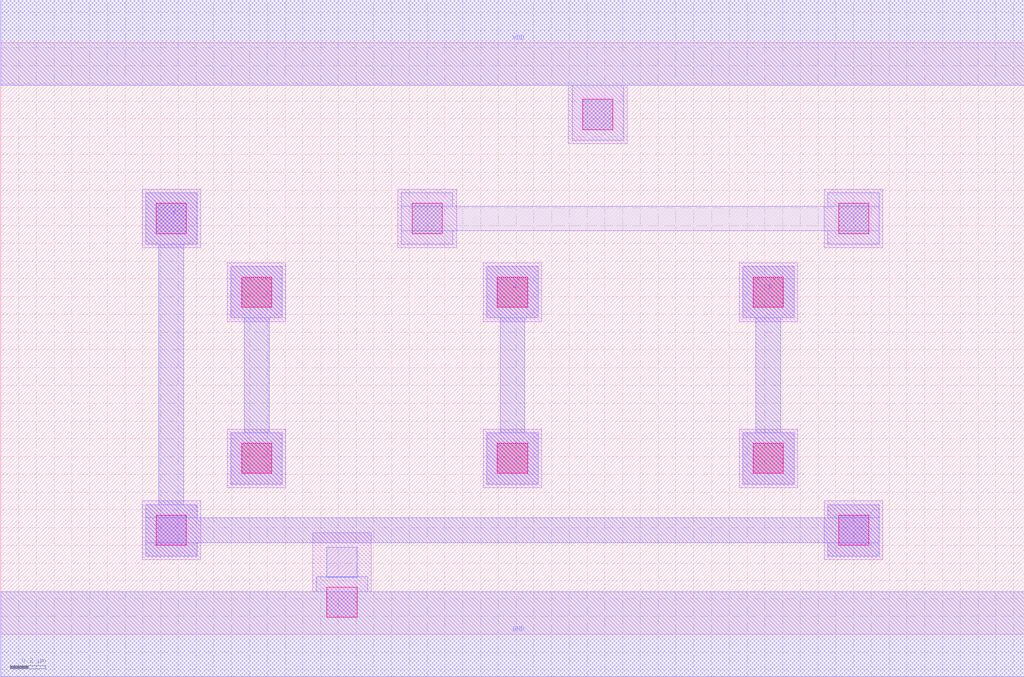
<source format=lef>
MACRO AOI21X1
 CLASS CORE ;
 FOREIGN AOI21X1 0 0 ;
 SIZE 5.76 BY 3.33 ;
 ORIGIN 0 0 ;
 SYMMETRY X Y R90 ;
 SITE unit ;
  PIN VDD
   DIRECTION INOUT ;
   USE POWER ;
   SHAPE ABUTMENT ;
    PORT
     CLASS CORE ;
       LAYER met1 ;
        RECT 0.00000000 3.09000000 5.76000000 3.57000000 ;
    END
  END VDD

  PIN GND
   DIRECTION INOUT ;
   USE POWER ;
   SHAPE ABUTMENT ;
    PORT
     CLASS CORE ;
       LAYER met1 ;
        RECT 0.00000000 -0.24000000 5.76000000 0.24000000 ;
    END
  END GND

  PIN Y
   DIRECTION INOUT ;
   USE SIGNAL ;
   SHAPE ABUTMENT ;
    PORT
     CLASS CORE ;
       LAYER met1 ;
        RECT 0.81500000 0.44000000 1.10500000 0.51500000 ;
        RECT 4.65500000 0.44000000 4.94500000 0.51500000 ;
        RECT 0.81500000 0.51500000 4.94500000 0.65500000 ;
        RECT 0.81500000 0.65500000 1.10500000 0.73000000 ;
        RECT 4.65500000 0.65500000 4.94500000 0.73000000 ;
        RECT 0.89000000 0.73000000 1.03000000 2.19500000 ;
        RECT 0.81500000 2.19500000 1.10500000 2.48500000 ;
    END
  END Y

  PIN B
   DIRECTION INOUT ;
   USE SIGNAL ;
   SHAPE ABUTMENT ;
    PORT
     CLASS CORE ;
       LAYER met1 ;
        RECT 4.17500000 0.84500000 4.46500000 1.13500000 ;
        RECT 4.25000000 1.13500000 4.39000000 1.78000000 ;
        RECT 4.17500000 1.78000000 4.46500000 2.07000000 ;
    END
  END B

  PIN C
   DIRECTION INOUT ;
   USE SIGNAL ;
   SHAPE ABUTMENT ;
    PORT
     CLASS CORE ;
       LAYER met1 ;
        RECT 1.29500000 0.84500000 1.58500000 1.13500000 ;
        RECT 1.37000000 1.13500000 1.51000000 1.78000000 ;
        RECT 1.29500000 1.78000000 1.58500000 2.07000000 ;
    END
  END C

  PIN A
   DIRECTION INOUT ;
   USE SIGNAL ;
   SHAPE ABUTMENT ;
    PORT
     CLASS CORE ;
       LAYER met1 ;
        RECT 2.73500000 0.84500000 3.02500000 1.13500000 ;
        RECT 2.81000000 1.13500000 2.95000000 1.78000000 ;
        RECT 2.73500000 1.78000000 3.02500000 2.07000000 ;
    END
  END A

 OBS
    LAYER polycont ;
     RECT 1.35500000 0.90500000 1.52500000 1.07500000 ;
     RECT 2.79500000 0.90500000 2.96500000 1.07500000 ;
     RECT 4.23500000 0.90500000 4.40500000 1.07500000 ;
     RECT 1.35500000 1.84000000 1.52500000 2.01000000 ;
     RECT 2.79500000 1.84000000 2.96500000 2.01000000 ;
     RECT 4.23500000 1.84000000 4.40500000 2.01000000 ;

    LAYER pdiffc ;
     RECT 0.87500000 2.25500000 1.04500000 2.42500000 ;
     RECT 2.31500000 2.25500000 2.48500000 2.42500000 ;
     RECT 4.71500000 2.25500000 4.88500000 2.42500000 ;
     RECT 3.27500000 2.84000000 3.44500000 3.01000000 ;

    LAYER ndiffc ;
     RECT 1.83500000 0.32000000 2.00500000 0.49000000 ;
     RECT 0.87500000 0.50000000 1.04500000 0.67000000 ;
     RECT 4.71500000 0.50000000 4.88500000 0.67000000 ;

    LAYER li1 ;
     RECT 1.83500000 0.09500000 2.00500000 0.24000000 ;
     RECT 1.75500000 0.24000000 2.08500000 0.57000000 ;
     RECT 0.79500000 0.42000000 1.12500000 0.75000000 ;
     RECT 4.63500000 0.42000000 4.96500000 0.75000000 ;
     RECT 1.27500000 0.82500000 1.60500000 1.15500000 ;
     RECT 2.71500000 0.82500000 3.04500000 1.15500000 ;
     RECT 4.15500000 0.82500000 4.48500000 1.15500000 ;
     RECT 1.27500000 1.76000000 1.60500000 2.09000000 ;
     RECT 2.71500000 1.76000000 3.04500000 2.09000000 ;
     RECT 4.15500000 1.76000000 4.48500000 2.09000000 ;
     RECT 0.79500000 2.17500000 1.12500000 2.50500000 ;
     RECT 2.23500000 2.17500000 2.56500000 2.50500000 ;
     RECT 4.63500000 2.17500000 4.96500000 2.50500000 ;
     RECT 3.19500000 2.76000000 3.52500000 3.09000000 ;

    LAYER viali ;
     RECT 1.83500000 0.09500000 2.00500000 0.26500000 ;
     RECT 0.87500000 0.50000000 1.04500000 0.67000000 ;
     RECT 4.71500000 0.50000000 4.88500000 0.67000000 ;
     RECT 1.35500000 0.90500000 1.52500000 1.07500000 ;
     RECT 2.79500000 0.90500000 2.96500000 1.07500000 ;
     RECT 4.23500000 0.90500000 4.40500000 1.07500000 ;
     RECT 1.35500000 1.84000000 1.52500000 2.01000000 ;
     RECT 2.79500000 1.84000000 2.96500000 2.01000000 ;
     RECT 4.23500000 1.84000000 4.40500000 2.01000000 ;
     RECT 0.87500000 2.25500000 1.04500000 2.42500000 ;
     RECT 2.31500000 2.25500000 2.48500000 2.42500000 ;
     RECT 4.71500000 2.25500000 4.88500000 2.42500000 ;
     RECT 3.27500000 2.84000000 3.44500000 3.01000000 ;

    LAYER met1 ;
     RECT 0.00000000 -0.24000000 5.76000000 0.24000000 ;
     RECT 1.77500000 0.24000000 2.06500000 0.32500000 ;
     RECT 1.29500000 0.84500000 1.58500000 1.13500000 ;
     RECT 1.37000000 1.13500000 1.51000000 1.78000000 ;
     RECT 1.29500000 1.78000000 1.58500000 2.07000000 ;
     RECT 2.73500000 0.84500000 3.02500000 1.13500000 ;
     RECT 2.81000000 1.13500000 2.95000000 1.78000000 ;
     RECT 2.73500000 1.78000000 3.02500000 2.07000000 ;
     RECT 4.17500000 0.84500000 4.46500000 1.13500000 ;
     RECT 4.25000000 1.13500000 4.39000000 1.78000000 ;
     RECT 4.17500000 1.78000000 4.46500000 2.07000000 ;
     RECT 0.81500000 0.44000000 1.10500000 0.51500000 ;
     RECT 4.65500000 0.44000000 4.94500000 0.51500000 ;
     RECT 0.81500000 0.51500000 4.94500000 0.65500000 ;
     RECT 0.81500000 0.65500000 1.10500000 0.73000000 ;
     RECT 4.65500000 0.65500000 4.94500000 0.73000000 ;
     RECT 0.89000000 0.73000000 1.03000000 2.19500000 ;
     RECT 0.81500000 2.19500000 1.10500000 2.48500000 ;
     RECT 2.25500000 2.19500000 2.54500000 2.27000000 ;
     RECT 4.65500000 2.19500000 4.94500000 2.27000000 ;
     RECT 2.25500000 2.27000000 4.94500000 2.41000000 ;
     RECT 2.25500000 2.41000000 2.54500000 2.48500000 ;
     RECT 4.65500000 2.41000000 4.94500000 2.48500000 ;
     RECT 3.21500000 2.78000000 3.50500000 3.09000000 ;
     RECT 0.00000000 3.09000000 5.76000000 3.57000000 ;

 END
END AOI21X1

</source>
